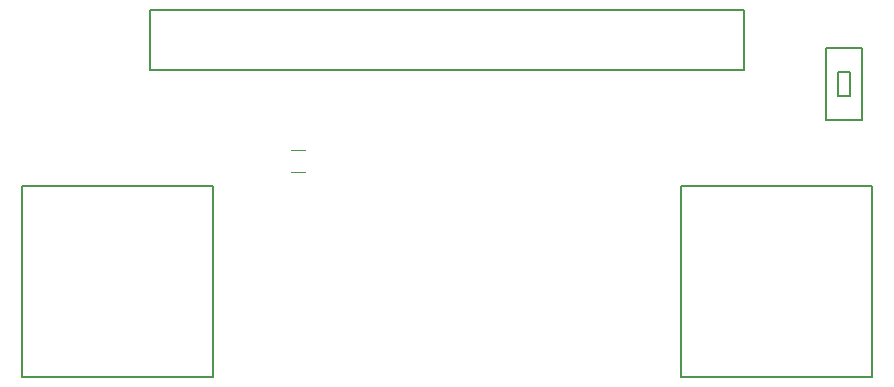
<source format=gbr>
G04 #@! TF.GenerationSoftware,KiCad,Pcbnew,5.0.1+dfsg1-2~bpo9+1*
G04 #@! TF.CreationDate,2018-11-07T17:05:17+00:00*
G04 #@! TF.ProjectId,xmas_zero_bauble,786D61735F7A65726F5F626175626C65,rev?*
G04 #@! TF.SameCoordinates,Original*
G04 #@! TF.FileFunction,Legend,Bot*
G04 #@! TF.FilePolarity,Positive*
%FSLAX46Y46*%
G04 Gerber Fmt 4.6, Leading zero omitted, Abs format (unit mm)*
G04 Created by KiCad (PCBNEW 5.0.1+dfsg1-2~bpo9+1) date Wed 07 Nov 2018 17:05:17 GMT*
%MOMM*%
%LPD*%
G01*
G04 APERTURE LIST*
%ADD10C,0.150000*%
%ADD11C,0.120000*%
G04 APERTURE END LIST*
D10*
G04 #@! TO.C,J1*
X165077121Y-67090940D02*
X165077121Y-62010940D01*
X165077121Y-62010940D02*
X215369121Y-62010940D01*
X215369121Y-62010940D02*
X215369121Y-67090940D01*
X215369121Y-67090940D02*
X165077121Y-67090940D01*
G04 #@! TO.C,LS2*
X170364500Y-76935500D02*
X162300000Y-76935500D01*
X170364500Y-93064500D02*
X170364500Y-76935500D01*
X154235500Y-93064500D02*
X170364500Y-93064500D01*
X154235500Y-76935500D02*
X154235500Y-93064500D01*
X162300000Y-76935500D02*
X154235500Y-76935500D01*
G04 #@! TO.C,LS1*
X218100000Y-93064500D02*
X226164500Y-93064500D01*
X226164500Y-93064500D02*
X226164500Y-76935500D01*
X226164500Y-76935500D02*
X210035500Y-76935500D01*
X210035500Y-76935500D02*
X210035500Y-93064500D01*
X210035500Y-93064500D02*
X218100000Y-93064500D01*
D11*
G04 #@! TO.C,R1*
X178202064Y-73890000D02*
X176997936Y-73890000D01*
X178202064Y-75710000D02*
X176997936Y-75710000D01*
D10*
G04 #@! TO.C,SW1*
X222276000Y-65252000D02*
X222276000Y-71348000D01*
X222276000Y-71348000D02*
X225324000Y-71348000D01*
X225324000Y-71348000D02*
X225324000Y-65252000D01*
X225324000Y-65252000D02*
X222276000Y-65252000D01*
X223292000Y-67284000D02*
X223292000Y-69316000D01*
X223292000Y-69316000D02*
X224308000Y-69316000D01*
X224308000Y-69316000D02*
X224308000Y-67284000D01*
X224308000Y-67284000D02*
X223292000Y-67284000D01*
G04 #@! TD*
M02*

</source>
